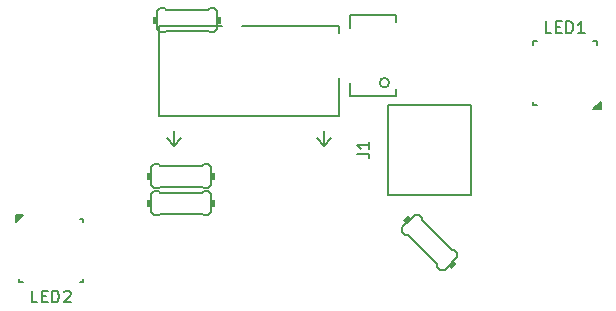
<source format=gbr>
G04 --- HEADER BEGIN --- *
G04 #@! TF.GenerationSoftware,LibrePCB,LibrePCB,0.1.7*
G04 #@! TF.CreationDate,2023-12-20T12:02:32*
G04 #@! TF.ProjectId,CRi-CRi Buzzer,ec579d49-da22-4424-9e15-187340a51fe6,v1*
G04 #@! TF.Part,Single*
G04 #@! TF.SameCoordinates*
G04 #@! TF.FileFunction,Legend,Top*
G04 #@! TF.FilePolarity,Positive*
%FSLAX66Y66*%
%MOMM*%
G01*
G75*
G04 --- HEADER END --- *
G04 --- APERTURE LIST BEGIN --- *
%ADD10C,0.2*%
%ADD11C,0.01*%
%ADD12C,0.1524*%
%ADD13C,0.0*%
%ADD14R,1.8X1.3*%
%AMROTATEDOCTAGON15*4,1,8,0.9128,0.378094,0.378094,0.9128,-0.378094,0.9128,-0.9128,0.378094,-0.9128,-0.378094,-0.378094,-0.9128,0.378094,-0.9128,0.9128,-0.378094,0.9128,0.378094,0.0*%
%ADD15ROTATEDOCTAGON15*%
%ADD16R,2.3X2.3*%
%ADD17C,2.3*%
%ADD18R,1.8X1.4*%
%ADD19R,1.8X3.7*%
%ADD20C,2.24*%
%ADD21R,2.24X2.24*%
G04 --- APERTURE LIST END --- *
G04 --- BOARD BEGIN --- *
D10*
G04 #@! TO.C,LED2*
X-24500000Y-5100000D02*
X-24500000Y-4500000D01*
X-23900000Y-4500000D01*
X-24500000Y-5100000D01*
D11*
G36*
X-24500000Y-5100000D02*
X-24500000Y-4500000D01*
X-23900000Y-4500000D01*
X-24500000Y-5100000D01*
G37*
D10*
X-18800000Y-9900000D02*
X-18800000Y-10200000D01*
X-19100000Y-10200000D01*
X-18800000Y-5100000D02*
X-18800000Y-4800000D01*
X-19100000Y-4800000D01*
X-24200000Y-9900000D02*
X-24200000Y-10200000D01*
X-23900000Y-10200000D01*
D12*
G04 #@! TO.C,R4*
X-12286000Y10984000D02*
X-12540000Y11238000D01*
X-12540000Y12762000D02*
X-12540000Y11238000D01*
X-11778000Y11111000D02*
X-8222000Y11111000D01*
X-11778000Y12889000D02*
X-11905000Y13016000D01*
X-7460000Y12762000D02*
X-7460000Y11238000D01*
X-12286000Y13016000D02*
X-11905000Y13016000D01*
X-7714000Y13016000D02*
X-8095000Y13016000D01*
D13*
X-7079000Y12254000D02*
X-7460000Y12254000D01*
X-7460000Y11746000D01*
X-7079000Y11746000D01*
X-7079000Y12254000D01*
D11*
G36*
X-7079000Y12254000D02*
X-7460000Y12254000D01*
X-7460000Y11746000D01*
X-7079000Y11746000D01*
X-7079000Y12254000D01*
G37*
D12*
X-8222000Y12889000D02*
X-8095000Y13016000D01*
D13*
X-12540000Y12254000D02*
X-12921000Y12254000D01*
X-12921000Y11746000D01*
X-12540000Y11746000D01*
X-12540000Y12254000D01*
D11*
G36*
X-12540000Y12254000D02*
X-12921000Y12254000D01*
X-12921000Y11746000D01*
X-12540000Y11746000D01*
X-12540000Y12254000D01*
G37*
D12*
X-12286000Y10984000D02*
X-11905000Y10984000D01*
X-11778000Y11111000D02*
X-11905000Y10984000D01*
X-7714000Y10984000D02*
X-8095000Y10984000D01*
X-7460000Y12762000D02*
X-7714000Y13016000D01*
X-8222000Y11111000D02*
X-8095000Y10984000D01*
X-7460000Y11238000D02*
X-7714000Y10984000D01*
X-11778000Y12889000D02*
X-8222000Y12889000D01*
X-12286000Y13016000D02*
X-12540000Y12762000D01*
G04 #@! TO.C,R1*
X-8214000Y-2484000D02*
X-7960000Y-2738000D01*
X-7960000Y-4262000D02*
X-7960000Y-2738000D01*
X-8722000Y-2611000D02*
X-12278000Y-2611000D01*
X-8722000Y-4389000D02*
X-8595000Y-4516000D01*
X-13040000Y-4262000D02*
X-13040000Y-2738000D01*
X-8214000Y-4516000D02*
X-8595000Y-4516000D01*
X-12786000Y-4516000D02*
X-12405000Y-4516000D01*
D13*
X-13421000Y-3754000D02*
X-13040000Y-3754000D01*
X-13040000Y-3246000D01*
X-13421000Y-3246000D01*
X-13421000Y-3754000D01*
D11*
G36*
X-13421000Y-3754000D02*
X-13040000Y-3754000D01*
X-13040000Y-3246000D01*
X-13421000Y-3246000D01*
X-13421000Y-3754000D01*
G37*
D12*
X-12278000Y-4389000D02*
X-12405000Y-4516000D01*
D13*
X-7960000Y-3754000D02*
X-7579000Y-3754000D01*
X-7579000Y-3246000D01*
X-7960000Y-3246000D01*
X-7960000Y-3754000D01*
D11*
G36*
X-7960000Y-3754000D02*
X-7579000Y-3754000D01*
X-7579000Y-3246000D01*
X-7960000Y-3246000D01*
X-7960000Y-3754000D01*
G37*
D12*
X-8214000Y-2484000D02*
X-8595000Y-2484000D01*
X-8722000Y-2611000D02*
X-8595000Y-2484000D01*
X-12786000Y-2484000D02*
X-12405000Y-2484000D01*
X-13040000Y-4262000D02*
X-12786000Y-4516000D01*
X-12278000Y-2611000D02*
X-12405000Y-2484000D01*
X-13040000Y-2738000D02*
X-12786000Y-2484000D01*
X-8722000Y-4389000D02*
X-12278000Y-4389000D01*
X-8214000Y-4516000D02*
X-7960000Y-4262000D01*
D10*
G04 #@! TO.C,J1*
X7000000Y-2800000D02*
X7000000Y4800000D01*
X14000000Y4800000D01*
X14000000Y-2800000D01*
X7000000Y-2800000D01*
G04 #@! TO.C,U1*
X3800000Y6700000D02*
X3800000Y5600000D01*
X7700000Y5600000D01*
X7700000Y6200000D01*
X3800000Y11300000D02*
X3800000Y12400000D01*
X7700000Y12400000D01*
X7700000Y11800000D01*
X7100000Y6700000D02*
G02*
X6300000Y6700000I-400000J0D01*
G01*
G02*
X7100000Y6700000I400000J0D01*
G01*
G04 #@! TO.C,LED1*
X25000000Y5100000D02*
X25000000Y4500000D01*
X24400000Y4500000D01*
X25000000Y5100000D01*
D11*
G36*
X25000000Y5100000D02*
X25000000Y4500000D01*
X24400000Y4500000D01*
X25000000Y5100000D01*
G37*
D10*
X19300000Y9900000D02*
X19300000Y10200000D01*
X19600000Y10200000D01*
X19300000Y5100000D02*
X19300000Y4800000D01*
X19600000Y4800000D01*
X24700000Y9900000D02*
X24700000Y10200000D01*
X24400000Y10200000D01*
D12*
G04 #@! TO.C,R3*
X8215133Y-5901974D02*
X8215133Y-5542764D01*
X9292764Y-4465133D02*
X8215133Y-5542764D01*
X8664146Y-6171382D02*
X11178618Y-8685854D01*
X9921382Y-4914146D02*
X9921382Y-4734541D01*
X12884867Y-8057236D02*
X11807236Y-9134867D01*
X9651974Y-4465133D02*
X9921382Y-4734541D01*
X12884867Y-7698026D02*
X12615459Y-7428618D01*
D13*
X12795064Y-8685854D02*
X12525656Y-8416446D01*
X12166446Y-8775656D01*
X12435854Y-9045064D01*
X12795064Y-8685854D01*
D11*
G36*
X12795064Y-8685854D02*
X12525656Y-8416446D01*
X12166446Y-8775656D01*
X12435854Y-9045064D01*
X12795064Y-8685854D01*
G37*
D12*
X12435854Y-7428618D02*
X12615459Y-7428618D01*
D13*
X8933554Y-4824344D02*
X8664146Y-4554936D01*
X8304936Y-4914146D01*
X8574344Y-5183554D01*
X8933554Y-4824344D01*
D11*
G36*
X8933554Y-4824344D02*
X8664146Y-4554936D01*
X8304936Y-4914146D01*
X8574344Y-5183554D01*
X8933554Y-4824344D01*
G37*
D12*
X8215133Y-5901974D02*
X8484541Y-6171382D01*
X8664146Y-6171382D02*
X8484541Y-6171382D01*
X11448026Y-9134867D02*
X11178618Y-8865459D01*
X12884867Y-8057236D02*
X12884867Y-7698026D01*
X11178618Y-8685854D02*
X11178618Y-8865459D01*
X11807236Y-9134867D02*
X11448026Y-9134867D01*
X9921382Y-4914146D02*
X12435854Y-7428618D01*
X9651974Y-4465133D02*
X9292764Y-4465133D01*
G04 #@! TO.C,R2*
X-8214000Y-184000D02*
X-7960000Y-438000D01*
X-7960000Y-1962000D02*
X-7960000Y-438000D01*
X-8722000Y-311000D02*
X-12278000Y-311000D01*
X-8722000Y-2089000D02*
X-8595000Y-2216000D01*
X-13040000Y-1962000D02*
X-13040000Y-438000D01*
X-8214000Y-2216000D02*
X-8595000Y-2216000D01*
X-12786000Y-2216000D02*
X-12405000Y-2216000D01*
D13*
X-13421000Y-1454000D02*
X-13040000Y-1454000D01*
X-13040000Y-946000D01*
X-13421000Y-946000D01*
X-13421000Y-1454000D01*
D11*
G36*
X-13421000Y-1454000D02*
X-13040000Y-1454000D01*
X-13040000Y-946000D01*
X-13421000Y-946000D01*
X-13421000Y-1454000D01*
G37*
D12*
X-12278000Y-2089000D02*
X-12405000Y-2216000D01*
D13*
X-7960000Y-1454000D02*
X-7579000Y-1454000D01*
X-7579000Y-946000D01*
X-7960000Y-946000D01*
X-7960000Y-1454000D01*
D11*
G36*
X-7960000Y-1454000D02*
X-7579000Y-1454000D01*
X-7579000Y-946000D01*
X-7960000Y-946000D01*
X-7960000Y-1454000D01*
G37*
D12*
X-8214000Y-184000D02*
X-8595000Y-184000D01*
X-8722000Y-311000D02*
X-8595000Y-184000D01*
X-12786000Y-184000D02*
X-12405000Y-184000D01*
X-13040000Y-1962000D02*
X-12786000Y-2216000D01*
X-12278000Y-311000D02*
X-12405000Y-184000D01*
X-13040000Y-438000D02*
X-12786000Y-184000D01*
X-8722000Y-2089000D02*
X-12278000Y-2089000D01*
X-8214000Y-2216000D02*
X-7960000Y-1962000D01*
D10*
G04 #@! TO.C,MCU1*
X2870000Y3920000D02*
X-12370000Y3920000D01*
X-12370000Y11540000D01*
X2870000Y11540000D01*
X2870000Y3920000D01*
X-11100000Y2650000D02*
X-11100000Y1380000D01*
X1000000Y1980000D02*
X1600000Y1380000D01*
X2200000Y1980000D01*
X1600000Y2650000D02*
X1600000Y1380000D01*
X-11700000Y1980000D02*
X-11100000Y1380000D01*
X-10500000Y1980000D01*
G04 #@! TO.C,LED2*
X-22695000Y-11900000D02*
X-23171667Y-11900000D01*
X-23171667Y-10900000D01*
X-22295000Y-11376667D02*
X-21961667Y-11376667D01*
X-21818333Y-11900000D02*
X-22295000Y-11900000D01*
X-22295000Y-10900000D01*
X-21818333Y-10900000D01*
X-21418333Y-11900000D02*
X-21418333Y-10900000D01*
X-21180555Y-10900000D01*
X-21037222Y-10947778D01*
X-20941666Y-11043333D01*
X-20895000Y-11137778D01*
X-20847222Y-11328889D01*
X-20847222Y-11471111D01*
X-20895000Y-11662222D01*
X-20941666Y-11756667D01*
X-21037222Y-11852222D01*
X-21180555Y-11900000D01*
X-21418333Y-11900000D01*
X-20399444Y-10995556D02*
X-20351666Y-10947778D01*
X-20257222Y-10900000D01*
X-20018333Y-10900000D01*
X-19923889Y-10947778D01*
X-19876111Y-10995556D01*
X-19828333Y-11090000D01*
X-19828333Y-11185556D01*
X-19876111Y-11328889D01*
X-20447222Y-11900000D01*
X-19828333Y-11900000D01*
G04 #@! TO.C,J1*
X4420000Y705000D02*
X5134444Y705000D01*
X5276667Y657222D01*
X5372222Y561667D01*
X5420000Y419445D01*
X5420000Y323889D01*
X5420000Y1676111D02*
X5420000Y1105000D01*
X5420000Y1390556D02*
X4420000Y1390556D01*
X4563333Y1295000D01*
X4657778Y1200556D01*
X4705556Y1105000D01*
G04 #@! TO.C,LED1*
X20828889Y10900000D02*
X20352222Y10900000D01*
X20352222Y11900000D01*
X21228889Y11423333D02*
X21562222Y11423333D01*
X21705556Y10900000D02*
X21228889Y10900000D01*
X21228889Y11900000D01*
X21705556Y11900000D01*
X22105556Y10900000D02*
X22105556Y11900000D01*
X22343334Y11900000D01*
X22486667Y11852222D01*
X22582223Y11756667D01*
X22628889Y11662222D01*
X22676667Y11471111D01*
X22676667Y11328889D01*
X22628889Y11137778D01*
X22582223Y11043333D01*
X22486667Y10947778D01*
X22343334Y10900000D01*
X22105556Y10900000D01*
X23647778Y10900000D02*
X23076667Y10900000D01*
X23362223Y10900000D02*
X23362223Y11900000D01*
X23266667Y11756667D01*
X23172223Y11662222D01*
X23076667Y11614444D01*
%LPC*%
D14*
G04 #@! TO.C,LED2*
X-19200000Y-9100000D03*
X-19200000Y-7500000D03*
X-19200000Y-5900000D03*
X-23800000Y-9100000D03*
X-23800000Y-5900000D03*
X-23800000Y-7500000D03*
D15*
G04 #@! TO.C,R4*
X-13810000Y12000000D03*
X-6190000Y12000000D03*
G04 #@! TO.C,R1*
X-6690000Y-3500000D03*
X-14310000Y-3500000D03*
D16*
G04 #@! TO.C,J1*
X10500000Y-750000D03*
D17*
X10500000Y2750000D03*
D18*
G04 #@! TO.C,U1*
X9000000Y6700000D03*
D19*
X2600000Y9000000D03*
D18*
X9000000Y11300000D03*
X9000000Y9000000D03*
D14*
G04 #@! TO.C,LED1*
X19700000Y9100000D03*
X19700000Y7500000D03*
X19700000Y5900000D03*
X24300000Y9100000D03*
X24300000Y5900000D03*
X24300000Y7500000D03*
D15*
G04 #@! TO.C,R3*
X7855923Y-4105923D03*
X13244077Y-9494077D03*
G04 #@! TO.C,R2*
X-6690000Y-1200000D03*
X-14310000Y-1200000D03*
D20*
G04 #@! TO.C,MCU1*
X-3480000Y9000000D03*
X-3480000Y6460000D03*
D21*
X-940000Y6460000D03*
D20*
X-6020000Y9000000D03*
X-6020000Y6460000D03*
X-8560000Y6460000D03*
X-8560000Y9000000D03*
X-940000Y9000000D03*
G04 --- BOARD END --- *
G04 #@! TF.MD5,b56f1b45dd45b6deea75a49f66022023*
M02*

</source>
